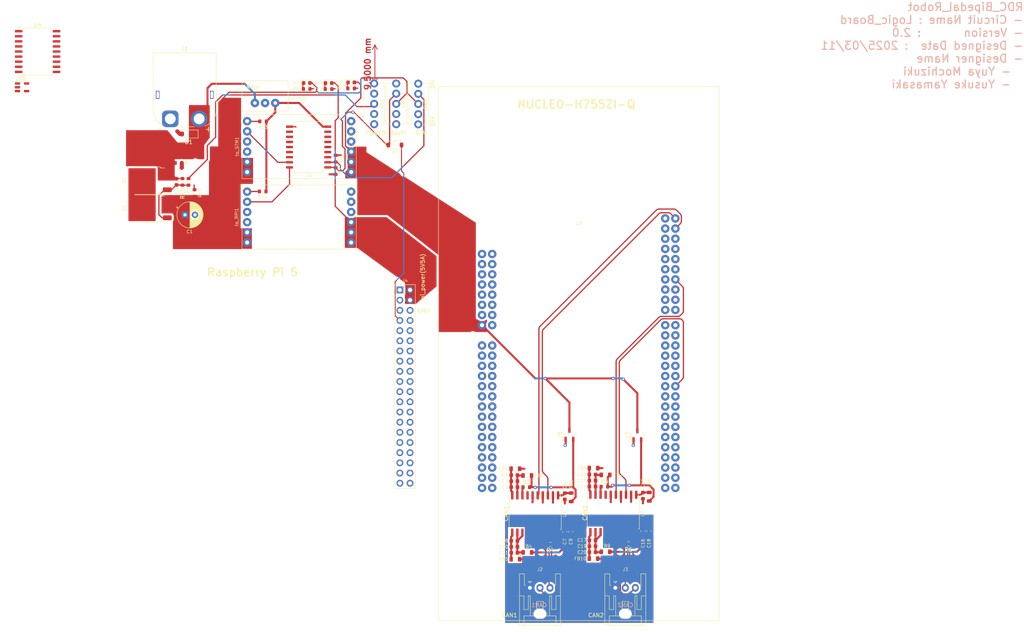
<source format=kicad_pcb>
(kicad_pcb (version 20241229) (generator "pcbnew") (generator_version "9.0")
  (layers (0 "F.Cu" signal) (2 "B.Cu" signal) (13 "F.Paste" user) (15 "B.Paste" user) (5 "F.SilkS" user "F.Silkscreen") (7 "B.SilkS" user "B.Silkscreen") (1 "F.Mask" user) (3 "B.Mask" user) (25 "Edge.Cuts" user))
  (net 0 "")
  (net 1 "GND")
  (net 2 "+5V")
  (net 3 "Net-(U1-V_{DD})")
  (net 4 "GND1")
  (net 5 "Net-(U1-V_{IO})")
  (net 6 "Net-(U1-V_{ISOIN})")
  (net 7 "Net-(U1-V_{ISOOUT})")
  (net 8 "Net-(U2-V_{DD})")
  (net 9 "Net-(U2-V_{IO})")
  (net 10 "Net-(U2-V_{ISOIN})")
  (net 11 "Net-(U2-V_{ISOOUT})")
  (net 12 "EN_STM")
  (net 13 "Net-(U1-EN{slash}FLT)")
  (net 14 "/CAN_Trans1/CANL")
  (net 15 "/CAN_Trans1/CANH")
  (net 16 "Net-(U2-EN{slash}FLT)")
  (net 17 "/CAN_Trans2/CANL")
  (net 18 "/Logic_Power/EN_RasPi_Power")
  (net 19 "/CAN_Trans2/CANH")
  (net 20 "Net-(Q1-D)")
  (net 21 "Net-(SW1-B)")
  (net 22 "/Logic_Power/STM_PG")
  (net 23 "/Logic_Power/RasPi_PG")
  (net 26 "/CAN_Trans1/CAN_RX")
  (net 27 "/CAN_Trans1/CAN_TX")
  (net 28 "/CAN_Trans2/CAN_TX")
  (net 29 "/CAN_Trans2/CAN_RX")
  (net 32 "/Logic_Power/EN_STM_Power")
  (net 33 "Net-(Q1-G)")
  (net 34 "+12V")
  (net 39 "RasPi_Power")
  (net 40 "Net-(J6-Pin_2)")
  (net 43 "Net-(D5-K)")
  (net 70 "Net-(U1-GND1)")
  (net 71 "Net-(U1-GND2)")
  (net 164 "Net-(D2-K)")
  (net 165 "Net-(D3-K)")
  (net 166 "Net-(D4-K)")
  (net 167 "Net-(SW3-C)")
  (net 168 "Logic_Power")
  (net 169 "EN_Power")
  (net 171 "Net-(J7-Pin_2)")
  (net 172 "EN_STM_VCC")
  (net 174 "Net-(U2-GND1)")
  (net 175 "Net-(U2-GND2)")
  (net 176 "Net-(J5-Pin_4)")
  (net 178 "Net-(SW3-A)")
  (net 180 "unconnected-(SW3-C-Pad3)")
  (footprint "RDC_humanoid_project:NUCLEO-STM32H755ZI-Q" (layer "F.Cu") (at 181.87 94.62)
    (property "Reference" "U3")
    (property "Value" "NUCLEO-H755ZI-Q_Zio")
  )
  (footprint "Resistor_SMD:R_0603_1608Metric" (layer "F.Cu") (at 83 51.2 -90)
    (property "Reference" "R15")
    (property "Value" "10k")
  )
  (footprint "Capacitor_SMD:C_0603_1608Metric" (layer "F.Cu") (at 197.9 129.575 -90)
    (property "Reference" "C15")
    (property "Value" "0.1uF")
  )
  (footprint "Connector_JST:JST_XA_S03B-XASK-1_1x03_P2.50mm_Horizontal" (layer "F.Cu") (at 191 152.6)
    (property "Reference" "J3")
    (property "Value" "Conn_01x03")
  )
  (footprint "Capacitor_SMD:C_0603_1608Metric" (layer "F.Cu") (at 165.8 127.45 180)
    (property "Reference" "C5")
    (property "Value" "10nF")
  )
  (footprint "RDC_humanoid_project:M78A" (layer "F.Cu") (at 103.6 31.5)
    (property "Reference" "for_PG1")
    (property "Value" "M78AR05-0.5")
  )
  (footprint "Capacitor_SMD:C_0603_1608Metric" (layer "F.Cu") (at 165.8 125.95 180)
    (property "Reference" "C4")
    (property "Value" "1uF")
  )
  (footprint "RDC_humanoid_project:Toggle_switch" (layer "F.Cu") (at 130.825 31.715 90)
    (property "Reference" "SW1")
    (property "Value" "SW_SPDT")
  )
  (footprint "Resistor_SMD:R_0603_1608Metric" (layer "F.Cu") (at 168.7962 127.4572 180)
    (property "Reference" "R3")
    (property "Value" "4.7k")
  )
  (footprint "LED_SMD:LED_0603_1608Metric" (layer "F.Cu") (at 119.4625 26.52625)
    (property "Reference" "D4")
    (property "Value" "LED")
  )
  (footprint "LED_SMD:LED_0603_1608Metric" (layer "F.Cu") (at 114 26.5)
    (property "Reference" "D2")
    (property "Value" "LED")
  )
  (footprint "Resistor_SMD:R_0603_1608Metric" (layer "F.Cu") (at 103 53.6 180)
    (property "Reference" "R14")
    (property "Value" "10k")
  )
  (footprint "Diode_SMD:D_SOD-123" (layer "F.Cu") (at 136 42)
    (property "Reference" "D5")
    (property "Value" "D")
  )
  (footprint "RDC_humanoid_project:Toggle_switch" (layer "F.Cu") (at 141.825 31.755 90)
    (property "Reference" "SW3")
    (property "Value" "SW_SPDT")
  )
  (footprint "Capacitor_SMD:C_0603_1608Metric" (layer "F.Cu") (at 185.3 124.3 180)
    (property "Reference" "C12")
    (property "Value" "10uF")
  )
  (footprint "Capacitor_SMD:C_0603_1608Metric" (layer "F.Cu") (at 178.4 138.575 90)
    (property "Reference" "C7")
    (property "Value" "0.1uF")
  )
  (footprint "Capacitor_SMD:C_0603_1608Metric" (layer "F.Cu") (at 178.4 129.725 -90)
    (property "Reference" "C6")
    (property "Value" "0.1uF")
  )
  (footprint "Capacitor_SMD:C_0603_1608Metric" (layer "F.Cu") (at 197.9 138.425 90)
    (property "Reference" "C16")
    (property "Value" "0.1uF")
  )
  (footprint "Connector_PinHeader_2.54mm:PinHeader_2x20_P2.54mm_Vertical" (layer "F.Cu") (at 137.2375 78.205)
    (property "Reference" "J4")
    (property "Value" "Raspi_connect")
  )
  (footprint "LED_SMD:LED_0603_1608Metric" (layer "F.Cu") (at 125.095 26.36875)
    (property "Reference" "D3")
    (property "Value" "LED")
  )
  (footprint "Package_TO_SOT_SMD:TO-252-2" (layer "F.Cu") (at 74.16 57.9 180)
    (property "Reference" "Q2")
    (property "Value" "Q_PMOS_GDS")
  )
  (footprint "Inductor_SMD:L_0805_2012Metric" (layer "F.Cu") (at 180 129.9875 90)
    (property "Reference" "FB3")
    (property "Value" "FerriteBead")
  )
  (footprint "Connector_JST:JST_XA_S03B-XASK-1_1x03_P2.50mm_Horizontal" (layer "F.Cu") (at 169.7 152.6)
    (property "Reference" "J2")
    (property "Value" "Conn_01x03")
  )
  (footprint "Capacitor_SMD:C_0603_1608Metric" (layer "F.Cu") (at 81.5 51.2 -90)
    (property "Reference" "C2")
    (property "Value" "0.1uF")
  )
  (footprint "Package_TO_SOT_SMD:SOT-23-3" (layer "F.Cu") (at 179.55 114.3625 90)
    (property "Reference" "J6")
    (property "Value" "CH213K")
  )
  (footprint "Inductor_SMD:L_0805_2012Metric" (layer "F.Cu") (at 188.5625 124.4 180)
    (property "Reference" "FB7")
    (property "Value" "FerriteBead")
  )
  (footprint "Inductor_SMD:L_0805_2012Metric" (layer "F.Cu") (at 199.5 129.8375 90)
    (property "Reference" "FB8")
    (property "Value" "FerriteBead")
  )
  (footprint "Resistor_SMD:R_0603_1608Metric" (layer "F.Cu") (at 121.2 48.5 -90)
    (property "Reference" "R7")
    (property "Value" "10k")
  )
  (footprint "Resistor_SMD:R_0603_1608Metric" (layer "F.Cu") (at 174.8 141.75 180)
    (property "Reference" "R4")
    (property "Value" "120")
  )
  (footprint "Package_SO:SOIC-20W_7.5x12.8mm_P1.27mm" (layer "F.Cu") (at 171 134.15 -90)
    (property "Reference" "U1")
    (property "Value" "ISOW1044")
  )
  (footprint "RDC_humanoid_project:AE-MYMGK00506ERSR-5V0" (layer "F.Cu") (at 112.1 42.4)
    (property "Reference" "to_STM1")
    (property "Value" "AE-MYMGK00506ERSR-5V0")
  )
  (footprint "Capacitor_SMD:C_0603_1608Metric" (layer "F.Cu") (at 199.4 138.425 90)
    (property "Reference" "C18")
    (property "Value" "10uF")
  )
  (footprint "MountingHole:MountingHole_3.2mm_M3" (layer "F.Cu") (at 268.0425 51.26)
    (property "Reference" "H1" (hide yes))
    (property "Value" "MountingHole")
  )
  (footprint "Resistor_SMD:R_0603_1608Metric" (layer "F.Cu") (at 125.075 27.86875)
    (property "Reference" "R10")
    (property "Value" "1k")
  )
  (footprint "RDC_humanoid_project:AE-MYMGK00506ERSR-5V0" (layer "F.Cu") (at 112.1 60)
    (property "Reference" "to_RPI1")
    (property "Value" "AE-MYMGK00506ERSR-5V0")
  )
  (footprint "Capacitor_SMD:C_0603_1608Metric" (layer "F.Cu") (at 185.3 143.7 180)
    (property "Reference" "C20")
    (property "Value" "10uF")
  )
  (footprint "Resistor_SMD:R_0603_1608Metric" (layer "F.Cu") (at 86 54 90)
    (property "Reference" "R12")
    (property "Value" "10k")
  )
  (footprint "Capacitor_SMD:C_0603_1608Metric" (layer "F.Cu") (at 165.8 142.35 180)
    (property "Reference" "C10")
    (property "Value" "1uF")
  )
  (footprint "Resistor_SMD:R_0603_1608Metric" (layer "F.Cu") (at 82 46.5)
    (property "Reference" "R1")
    (property "Value" "10k")
  )
  (footprint "Inductor_SMD:L_0805_2012Metric" (layer "F.Cu") (at 166.0625 145.45)
    (property "Reference" "FB5")
    (property "Value" "FerriteBead")
  )
  (footprint "Capacitor_SMD:C_0603_1608Metric" (layer "F.Cu") (at 185.3 127.3 180)
    (property "Reference" "C14")
    (property "Value" "10nF")
  )
  (footprint "Inductor_SMD:L_0805_2012Metric" (layer "F.Cu") (at 185.5625 122.7 180)
    (property "Reference" "FB6")
    (property "Value" "FerriteBead")
  )
  (footprint "Inductor_SMD:L_0805_2012Metric" (layer "F.Cu") (at 185.5625 145.3)
    (property "Reference" "FB10")
    (property "Value" "FerriteBead")
  )
  (footprint "Inductor_SMD:L_0805_2012Metric" (layer "F.Cu") (at 169.0625 143.75)
    (property "Reference" "FB4")
    (property "Value" "FerriteBead")
  )
  (footprint "Package_TO_SOT_SMD:TO-252-2" (layer "F.Cu") (at 74.16 50.9 180)
    (property "Reference" "Q1")
    (property "Value" "Q_PMOS_GDS")
  )
  (footprint "Capacitor_SMD:C_0603_1608Metric" (layer "F.Cu") (at 179.9 138.575 90)
    (property "Reference" "C9")
    (property "Value" "10uF")
  )
  (footprint "Capacitor_SMD:C_0603_1608Metric" (layer "F.Cu") (at 185.3 140.7 180)
    (property "Reference" "C17")
    (property "Value" "10nF")
  )
  (footprint "Capacitor_SMD:C_0603_1608Metric" (layer "F.Cu") (at 165.8 140.85 180)
    (property "Reference" "C8")
    (property "Value" "10nF")
  )
  (footprint "Package_SO:SOP-18_7x12.5mm_P1.27mm" (layer "F.Cu") (at 114.475 42.5 180)
    (property "Reference" "U4")
    (property "Value" "TBD62783A")
  )
  (footprint "Resistor_SMD:R_0603_1608Metric" (layer "F.Cu") (at 188.2902 127.3302 180)
    (property "Reference" "R5")
    (property "Value" "4.7k")
  )
  (footprint "RDC_humanoid_project:Toggle_switch" (layer "F.Cu") (at 136.325 31.715 90)
    (property "Reference" "SW2")
    (property "Value" "SW_SPDT")
  )
  (footprint "Capacitor_SMD:C_0603_1608Metric" (layer "F.Cu") (at 185.3 125.8 180)
    (property "Reference" "C13")
    (property "Value" "1uF")
  )
  (footprint "MountingHole:MountingHole_3.2mm_M3" (layer "F.Cu") (at 279 61.83)
    (property "Reference" "H4" (hide yes))
    (property "Value" "MountingHole")
  )
  (footprint "MountingHole:MountingHole_3.2mm_M3" (layer "F.Cu") (at 279 51.5)
    (property "Reference" "H2" (hide yes))
    (property "Value" "MountingHole")
  )
  (footprint "Package_TO_SOT_SMD:SOT-23-5" (layer "F.Cu") (at 42.9525 27.58)
    (property "Reference" "J5")
    (property "Value" "74AHC1G04W5")
  )
  (footprint "MountingHole:MountingHole_3.2mm_M3" (layer "F.Cu") (at 268.0125 61.66)
    (property "Reference" "H3" (hide yes))
    (property "Value" "MountingHole")
  )
  (footprint "Capacitor_SMD:C_0603_1608Metric" (layer "F.Cu") (at 165.8 143.85 180)
    (property "Reference" "C11")
    (property "Value" "10uF")
  )
  (footprint "Capacitor_THT:CP_Radial_D6.3mm_P2.50mm" (layer "F.Cu") (at 83.606 59.436)
    (property "Reference" "C1")
    (property "Value" "100uF")
  )
  (footprint "Resistor_SMD:R_0603_1608Metric" (layer "F.Cu") (at 84.5 51.2 90)
    (property "Reference" "R2")
    (property "Value" "10k")
  )
  (footprint "Resistor_SMD:R_0603_1608Metric" (layer "F.Cu") (at 103.1 36.1 180)
    (property "Reference" "R13")
    (property "Value" "10k")
  )
  (footprint "Capacitor_SMD:C_0603_1608Metric" (layer "F.Cu") (at 185.3 142.2 180)
    (property "Reference" "C19")
    (property "Value" "1uF")
  )
  (footprint "Package_TO_SOT_SMD:SOT-23-3" (layer "F.Cu") (at 196.5 114.5 90)
    (property "Reference" "J7")
    (property "Value" "CH213K")
  )
  (footprint "Package_SO:SOIC-20W_7.5x12.8mm_P1.27mm" (layer "F.Cu") (at 190.5 134 -90)
    (property "Reference" "U2")
    (property "Value" "ISOW1044")
  )
  (footprint "Capacitor_SMD:C_0603_1608Metric" (layer "F.Cu") (at 165.8 124.45 180)
    (property "Reference" "C3")
    (property "Value" "10uF")
  )
  (footprint "Inductor_SMD:L_0805_2012Metric" (layer "F.Cu") (at 166.0625 122.85 180)
    (property "Reference" "FB1")
    (property "Value" "FerriteBead")
  )
  (footprint "Resistor_SMD:R_0603_1608Metric" (layer "F.Cu") (at 121.2 45.4 90)
    (property "Reference" "R8")
    (property "Value" "10k")
  )
  (footprint "Package_SO:SOP-18_7.495x11.515mm_P1.27mm" (layer "F.Cu") (at 46.8325 18.65)
    (property "Reference" "U4")
    (property "Value" "TBD62083AFG")
  )
  (footprint "Resistor_SMD:R_0603_1608Metric" (layer "F.Cu") (at 119.4425 28.02625)
    (property "Reference" "R11")
    (property "Value" "1k")
  )
  (footprint "Inductor_SMD:L_0805_2012Metric" (layer "F.Cu") (at 169.0375 124.55 180)
    (property "Reference" "FB2")
    (property "Value" "FerriteBead")
  )
  (footprint "Inductor_SMD:L_0805_2012Metric" (layer "F.Cu") (at 188.5625 143.6)
    (property "Reference" "FB9")
    (property "Value" "FerriteBead")
  )
  (footprint "Connector_AMASS:AMASS_XT60PW-M_1x02_P7.20mm_Horizontal" (layer "F.Cu") (at 79.947 35.464)
    (property "Reference" "J1")
    (property "Value" "XT60")
  )
  (footprint "Resistor_SMD:R_0603_1608Metric" (layer "F.Cu") (at 194.3 141.6 180)
    (property "Reference" "R6")
    (property "Value" "120")
  )
  (footprint "Resistor_SMD:R_0603_1608Metric" (layer "F.Cu") (at 113.98 28)
    (property "Reference" "R9")
    (property "Value" "4.7k")
  )
  (footprint "Diode_SMD:D_SOD-123" (layer "F.Cu") (at 84.5302 39.243 180)
    (property "Reference" "D1")
    (property "Value" "D_Schottky")
  )
  (gr_text "CAN2" (at 184.15 160.02 0) (layer "F.SilkS") (effects (font (size 1 1)) (justify left bottom)))
  (gr_text "rpi_power(5V5A)" (at 143.51 81.28 90) (layer "F.SilkS") (effects (font (size 1 1)) (justify left bottom)))
  (gr_text "POWER" (at 128.55 39.63125 0) (layer "F.SilkS") (effects (font (size 1 1)) (justify left bottom)))
  (gr_text "Raspberry Pi 5" (at 88.9 74.93 0) (layer "F.SilkS") (effects (font (size 2 2) (thickness 0.3)) (justify left bottom)))
  (gr_text "RasPi" (at 134.625 39.57875 0) (layer "F.SilkS") (effects (font (size 1 1)) (justify left bottom)))
  (gr_text "CAN2" (at 183.99 135.93 90) (layer "F.SilkS") (effects (font (size 1 1)) (justify left bottom)))
  (gr_text "CAN1" (at 162.56 160.02 0) (layer "F.SilkS") (effects (font (size 1 1)) (justify left bottom)))
  (gr_text "CAN1" (at 164.3 136.08 90) (layer "F.SilkS") (effects (font (size 1 1)) (justify left bottom)))
  (gr_text "ON" (at 146 28 90) (layer "F.SilkS") (effects (font (size 1 1)) (justify left bottom)))
  (gr_text "OFF" (at 146 37.5 90) (layer "F.SilkS") (effects (font (size 1 1)) (justify left bottom)))
  (gr_text "STM\n" (at 141 39.5 0) (layer "F.SilkS") (effects (font (size 1 1)) (justify left bottom)))
  (gr_text "NUCLEO-H755ZI-Q" (at 166.37 33.02 0) (layer "F.SilkS") (effects (font (size 2 2) (thickness 0.3)) (justify left bottom)))
  (gr_text "GND" (at 141.5034 83.9724 0) (layer "F.SilkS") (effects (font (size 1 1)) (justify left bottom)))
  (gr_text "CAN2" (at 195.58 157.48 0) (layer "B.SilkS") (effects (font (size 1 1)) (justify left bottom mirror)))
  (gr_text "CAN1" (at 173.99 157.48 0) (layer "B.SilkS") (effects (font (size 1 1)) (justify left bottom mirror)))
  (gr_text "RDC_Bipedal_Robot\n- Circuit Name : Logic_Board\n- Version       : 2.0\n- Designed Date  : 2025/03/11\n- Designer Name\n  - Yuya Mochizuki\n  - Yusuke Yamasaki" (at 293 28 0) (layer "B.SilkS") (effects (font (size 2 2) (thickness 0.3)) (justify left bottom mirror)))
  (dimension (type orthogonal) (layer "F.Cu") (pts (xy 131 26.5) (xy 131 17)) (height 0) (orientation 1) (format (prefix "") (suffix "") (units 3) (units_format 1) (precision 4)) (style (thickness 0.2) (arrow_length 1.27) (text_position_mode 0) (arrow_direction outward) (extension_height 0.58642) (extension_offset 0.5) (keep_text_aligned yes)) (gr_text "9.5000 mm" (at 129.2 21.75 90) (layer "F.Cu") (effects (font (size 1.5 1.5) (thickness 0.3)))))
  (segment (start 197.9 130.35) (end 197.9 131.5) (width 0.5) (layer "F.Cu") (net 1))
  (segment (start 189.865 131.165) (end 189.9 131.2) (width 0.5) (layer "F.Cu") (net 1))
  (segment (start 178.4 130.5) (end 178.4 131.55) (width 0.5) (layer "F.Cu") (net 1))
  (segment (start 82.3468 39.243) (end 82.8802 39.243) (width 1) (layer "F.Cu") (net 1))
  (segment (start 194.945 131.1402) (end 194.9196 131.1656) (width 0.25) (layer "F.Cu") (net 1))
  (segment (start 109.7 37.42) (end 111.22 37.42) (width 0.3) (layer "F.Cu") (net 1))
  (segment (start 125.755 27.810661) (end 126.75 27.810661) (width 0.3) (layer "F.Cu") (net 1))
  (segment (start 82.825 46.5) (end 82.825 47.675) (width 1) (layer "F.Cu") (net 1))
  (segment (start 85.9 53.175) (end 85.9 52) (width 0.3) (layer "F.Cu") (net 1))
  (segment (start 195.55 115.6375) (end 195.55 116.95) (width 0.5) (layer "F.Cu") (net 1))
  (segment (start 115.655 27.941911) (end 114.66 27.941911) (width 0.3) (layer "F.Cu") (net 1))
  (segment (start 120.1225 27.968161) (end 121.0975 27.968161) (width 0.3) (layer "F.Cu") (net 1))
  (segment (start 167.125 122.85) (end 168.3 122.85) (width 0.5) (layer "F.Cu") (net 1))
  (segment (start 170.365 131.185) (end 170.3 131.25) (width 0.5) (layer "F.Cu") (net 1))
  (segment (start 82.825 47.675) (end 82.8 47.7) (width 1) (layer "F.Cu") (net 1))
  (segment (start 172.905 129.5) (end 172.905 131.3108) (width 0.5) (layer "F.Cu") (net 1))
  (segment (start 192.405 131.1656) (end 192.3796 131.191) (width 0.25) (layer "F.Cu") (net 1))
  (segment (start 122.475 44.575) (end 122.5 44.6) (width 0.5) (layer "F.Cu") (net 1))
  (segment (start 81.6864 38.5826) (end 82.3468 39.243) (width 1) (layer "F.Cu") (net 1))
  (segment (start 172.905 131.3108) (end 172.8978 131.318) (width 0.25) (layer "F.Cu") (net 1))
  (segment (start 178.6 115.5) (end 178.6 116.9) (width 0.5) (layer "F.Cu") (net 1))
  (segment (start 121.2 49.325) (end 119.725 49.325) (width 0.5) (layer "F.Cu") (net 1))
  (segment (start 192.405 129.35) (end 192.405 131.1656) (width 0.5) (layer "F.Cu") (net 1))
  (segment (start 175.445 129.5) (end 175.445 131.3252) (width 0.5) (layer "F.Cu") (net 1))
  (segment (start 175.445 131.3252) (end 175.4632 131.3434) (width 0.25) (layer "F.Cu") (net 1))
  (segment (start 119.725 49.325) (end 119.7 49.3) (width 0.5) (layer "F.Cu") (net 1))
  (segment (start 186.625 122.7) (end 187.8 122.7) (width 0.5) (layer "F.Cu") (net 1))
  (segment (start 178.6 116.9) (end 178.5 117) (width 0.25) (layer "F.Cu") (net 1))
  (segment (start 195.55 116.95) (end 195.5 117) (width 0.25) (layer "F.Cu") (net 1))
  (segment (start 111.22 37.42) (end 111.3 37.5) (width 0.3) (layer "F.Cu") (net 1))
  (segment (start 170.365 129.5) (end 170.365 131.185) (width 0.5) (layer "F.Cu") (net 1))
  (segment (start 121.2 44.575) (end 122.475 44.575) (width 0.5) (layer "F.Cu") (net 1))
  (segment (start 194.945 129.35) (end 194.945 131.1402) (width 0.5) (layer "F.Cu") (net 1))
  (segment (start 189.865 129.35) (end 189.865 131.165) (width 0.5) (layer "F.Cu") (net 1))
  (via (at 178.5 117) (size 0.8) (drill 0.4) (layers "F.Cu" "B.Cu") (net 1))
  (via (at 195.5 117) (size 0.8) (drill 0.4) (layers "F.Cu" "B.Cu") (net 1))
  (segment (start 196.5 104) (end 196.5 113.3625) (width 0.5) (layer "F.Cu") (net 2))
  (segment (start 127.5 27) (end 127.5 30.246445) (width 0.3) (layer "F.Cu") (net 2))
  (segment (start 193 100.5) (end 196.5 104) (width 0.5) (layer "F.Cu") (net 2))
  (segment (start 127.5 30.246445) (end 123.68 34.066445) (width 0.3) (layer "F.Cu") (net 2))
  (segment (start 171.04 100.3) (end 171.1 100.3) (width 0.5) (layer "F.Cu") (net 2))
  (segment (start 123.68 42.27) (end 125.08 43.67) (width 0.3) (layer "F.Cu") (net 2))
  (segment (start 157.74 87) (end 171.04 100.3) (width 0.5) (layer "F.Cu") (net 2))
  (segment (start 173.55 100.3) (end 179.55 106.3) (width 0.5) (layer "F.Cu") (net 2))
  (segment (start 190.45 100.3) (end 173.55 100.3) (width 0.5) (layer "F.Cu") (net 2))
  (segment (start 125.7375 26.310661) (end 126.810661 26.310661) (width 0.3) (layer "F.Cu") (net 2))
  (segment (start 179.55 106.3) (end 179.55 113.225) (width 0.5) (layer "F.Cu") (net 2))
  (segment (start 126.810661 26.310661) (end 127.5 27) (width 0.3) (layer "F.Cu") (net 2))
  (segment (start 123.68 34.066445) (end 123.68 42.27) (width 0.3) (layer "F.Cu") (net 2))
  (via (at 173.55 100.3) (size 0.8) (drill 0.4) (layers "F.Cu" "B.Cu") (net 2))
  (via (at 190.45 100.3) (size 0.8) (drill 0.4) (layers "F.Cu" "B.Cu") (net 2))
  (via (at 193 100.5) (size 0.8) (drill 0.4) (layers "F.Cu" "B.Cu") (net 2))
  (segment (start 171.1 100.3) (end 173.7 100.3) (width 0.5) (layer "B.Cu") (net 2))
  (segment (start 173.7 100.3) (end 173.55 100.3) (width 0.5) (layer "B.Cu") (net 2))
  (segment (start 192.8 100.3) (end 190.45 100.3) (width 0.5) (layer "B.Cu") (net 2))
  (segment (start 193 100.5) (end 192.8 100.3) (width 0.5) (layer "B.Cu") (net 2))
  (segment (start 167.975 124.55) (end 166.65 124.55) (width 0.5) (layer "F.Cu") (net 3))
  (segment (start 166.55 124.45) (end 166.55 129.495) (width 0.5) (layer "F.Cu") (net 3))
  (segment (start 166.65 124.55) (end 166.55 124.45) (width 0.5) (layer "F.Cu") (net 3))
  (segment (start 166.55 129.495) (end 166.555 129.5) (width 0.5) (layer "F.Cu") (net 3))
  (segment (start 192.405 136.905) (end 192.4 136.9) (width 0.5) (layer "F.Cu") (net 4))
  (segment (start 189.865 136.935) (end 189.9 136.9) (width 0.5) (layer "F.Cu") (net 4))
  (segment (start 192.405 138.65) (end 192.405 136.905) (width 0.5) (layer "F.Cu") (net 4))
  (segment (start 172.905 137.055) (end 172.905 138.8) (width 0.5) (layer "F.Cu") (net 4))
  (segment (start 167.125 145.45) (end 168.2 145.45) (width 0.5) (layer "F.Cu") (net 4))
  (segment (start 186.625 145.3) (end 187.8 145.3) (width 0.5) (layer "F.Cu") (net 4))
  (segment (start 170.365 138.8) (end 170.365 137.085) (width 0.5) (layer "F.Cu") (net 4))
  (segment (start 199.4 137.65) (end 197.9 137.65) (width 0.5) (layer "F.Cu") (net 4))
  (segment (start 171.635 137.085) (end 171.635 138.8) (width 0.5) (layer "F.Cu") (net 4))
  (segment (start 197.9 137.65) (end 197.9 136.6) (width 0.5) (layer "F.Cu") (net 4))
  (segment (start 179.9 137.8) (end 178.4 137.8) (width 0.5) (layer "F.Cu") (net 4))
  (segment (start 189.865 138.65) (end 189.865 136.935) (width 0.5) (layer "F.Cu") (net 4))
  (segment (start 178.4 137.8) (end 178.4 136.65) (width 0.5) (layer "F.Cu") (net 4))
  (segment (start 170.365 137.085) (end 170.4 137.05) (width 0.5) (layer "F.Cu") (net 4))
  (segment (start 191.135 136.965) (end 191.135 138.65) (width 0.5) (layer "F.Cu") (net 4))
  (segment (start 191.2 136.9) (end 191.135 136.965) (width 0.5) (layer "F.Cu") (net 4))
  (segment (start 171.6 137.05) (end 171.635 137.085) (width 0.5) (layer "F.Cu") (net 4))
  (segment (start 180 128.925) (end 178.475 128.925) (width 0.5) (layer "F.Cu") (net 5))
  (segment (start 178.475 128.925) (end 177.9 129.5) (width 0.5) (layer "F.Cu") (net 5))
  (segment (start 177.9 129.5) (end 176.715 129.5) (width 0.5) (layer "F.Cu") (net 5))
  (segment (start 177 143.75) (end 179.9 140.85) (width 0.5) (layer "F.Cu") (net 6))
  (segment (start 177.265 139.35) (end 176.715 138.8) (width 0.5) (layer "F.Cu") (net 6))
  (segment (start 179.9 139.35) (end 177.265 139.35) (width 0.5) (layer "F.Cu") (net 6))
  (segment (start 170.125 143.75) (end 172.6 143.75) (width 0.5) (layer "F.Cu") (net 6))
  (segment (start 179.9 140.85) (end 179.9 139.35) (width 0.5) (layer "F.Cu") (net 6))
  (segment (start 172.6 143.75) (end 177 143.75) (width 0.5) (layer "B.Cu") (net 6))
  (segment (start 166.675 143.75) (end 166.575 143.85) (width 0.5) (layer "F.Cu") (net 7))
  (segment (start 166.555 138.8) (end 166.555 143.83) (width 0.5) (layer "F.Cu") (net 7))
  (segment (start 167.825 138.8) (end 167.825 139.6) (width 0.5) (layer "F.Cu") (net 7))
  (segment (start 166.555 143.83) (end 166.575 143.85) (width 0.5) (layer "F.Cu") (net 7))
  (segment (start 167.825 139.6) (end 166.575 140.85) (width 0.5) (layer "F.Cu") (net 7))
  (segment (start 168 143.75) (end 166.675 143.75) (width 0.5) (layer "F.Cu") (net 7))
  (segment (start 187.5 124.4) (end 186.175 124.4) (width 0.5) (layer "F.Cu") (net 8))
  (segment (start 186.075 124.3) (end 186.075 129.33) (width 0.5) (layer "F.Cu") (net 8))
  (segment (start 186.075 129.33) (end 186.055 129.35) (width 0.5) (layer "F.Cu") (net 8))
  (segment (start 186.175 124.4) (end 186.075 124.3) (width 0.5) (layer "F.Cu") (net 8))
  (segment (start 197.35 129.35) (end 196.215 129.35) (width 0.5) (layer "F.Cu") (net 9))
  (segment (start 197.9 128.8) (end 197.35 129.35) (width 0.5) (layer "F.Cu") (net 9))
  (segment (start 197.925 128.775) (end 197.9 128.8) (width 0.5) (layer "F.Cu") (net 9))
  (segment (start 199.5 128.775) (end 197.925 128.775) (width 0.5) (layer "F.Cu") (net 9))
  (segment (start 189.625 143.6) (end 192.2 143.6) (width 0.5) (layer "F.Cu") (net 10))
  (segment (start 197.9 139.2) (end 196.765 139.2) (width 0.5) (layer "F.Cu") (net 10))
  (segment (start 199.4 139.2) (end 197.9 139.2) (width 0.5) (layer "F.Cu") (net 10))
  (segment (start 199.4 140.6) (end 199.4 139.2) (width 0.5) (layer "F.Cu") (net 10))
  (segment (start 196.765 139.2) (end 196.215 138.65) (width 0.5) (layer "F.Cu") (net 10))
  (segment (start 196.4 143.6) (end 199.4 140.6) (width 0.5) (layer "F.Cu") (net 10))
  (segment (start 192.2 143.6) (end 196.4 143.6) (width 0.5) (layer "B.Cu") (net 10))
  (segment (start 187.325 138.65) (end 187.325 139.45) (width 0.5) (layer "F.Cu") (net 11))
  (segment (start 187.4 143.7) (end 187.5 143.6) (width 0.5) (layer "F.Cu") (net 11))
  (segment (start 187.325 139.45) (end 186.075 140.7) (width 0.5) (layer "F.Cu") (net 11))
  (segment (start 186.075 143.7) (end 187.4 143.7) (width 0.5) (layer "F.Cu") (net 11))
  (segment (start 186.055 138.65) (end 186.055 143.68) (width 0.5) (layer "F.Cu") (net 11))
  (segment (start 186.055 143.68) (end 186.075 143.7) (width 0.5) (layer "F.Cu") (net 11))
  (segment (start 136.0625 76.1375) (end 136.0625 84.65) (width 0.25) (layer "F.Cu") (net 12))
  (segment (start 137.65 48.45) (end 138.2 49) (width 0.25) (layer "F.Cu") (net 12))
  (segment (start 137.65 42) (end 137.65 48.45) (width 0.25) (layer "F.Cu") (net 12))
  (segment (start 136.4 75.8) (end 136.0625 76.1375) (width 0.25) (layer "F.Cu") (net 12))
  (segment (start 136.0625 84.65) (end 137.2375 85.825) (width 0.25) (layer "F.Cu") (net 12))
  (segment (start 138.2 74) (end 136.4 75.8) (width 0.25) (layer "B.Cu") (net 12))
  (segment (start 138.2 49) (end 138.2 74) (width 0.25) (layer "B.Cu") (net 12))
  (segment (start 167.825 127.6034) (end 167.825 129.5) (width 0.5) (layer "F.Cu") (net 13))
  (segment (start 168.0875 127.25) (end 168.0875 127.3409) (width 0.5) (layer "F.Cu") (net 13))
  (segment (start 168.0875 127.3409) (end 167.825 127.6034) (width 0.5) (layer "F.Cu") (net 13))
  (segment (start 174.5 152.4) (end 174.7 152.6) (width 0.3) (layer "F.Cu") (net 14))
  (segment (start 174.175 138.8) (end 174.175 141.55) (width 0.3) (layer "F.Cu") (net 14))
  (segment (start 173.975 141.75) (end 173.8875 141.75) (width 0.3) (layer "F.Cu") (net 14))
  (segment (start 174.5 143.228781) (end 174.5 152.4) (width 0.3) (layer "F.Cu") (net 14))
  (segment (start 174.175 141.55) (end 173.975 141.75) (width 0.3) (layer "F.Cu") (net 14))
  (segment (start 173.8875 141.75) (end 173.7875 141.75) (width 0.3) (layer "F.Cu") (net 14))
  (arc (start 173.8875 141.75) (mid 174.340801 142.428441) (end 174.5 143.228781) (width 0.3) (layer "F.Cu") (net 14))
  (segment (start 174.885786 154.4) (end 174.014214 154.4) (width 0.3) (layer "F.Cu") (net 15))
  (segment (start 173.307107 154.107107) (end 172.2 153) (width 0.3) (layer "F.Cu") (net 15))
  (segment (start 175.625 141.75) (end 175.625 141.8375) (width 0.3) (layer "F.Cu") (net 15))
  (segment (start 175.807107 153.892893) (end 175.592893 154.107107) (width 0.3) (layer "F.Cu") (net 15))
  (segment (start 175.392893 150.392893) (end 175.807107 150.807107) (width 0.3) (layer "F.Cu") (net 15))
  (segment (start 175.1 143.104946) (end 175.1 149.685786) (width 0.3) (layer "F.Cu") (net 15))
  (segment (start 172.2 153) (end 172.2 152.6) (width 0.3) (layer "F.Cu") (net 15))
  (segment (start 175.445 138.8) (end 175.445 141.57) (width 0.3) (layer "F.Cu") (net 15))
  (segment (start 175.445 141.57) (end 175.625 141.75) (width 0.3) (layer "F.Cu") (net 15))
  (segment (start 176.1 151.514214) (end 176.1 153.185786) (width 0.3) (layer "F.Cu") (net 15))
  (arc (start 175.592893 154.107107) (mid 175.26847 154.32388) (end 174.885786 154.4) (width 0.3) (layer "F.Cu") (net 15))
  (arc (start 175.625 141.8375) (mid 175.236441 142.419015) (end 175.1 143.104946) (width 0.3) (layer "F.Cu") (net 15))
  (arc (start 174.014214 154.4) (mid 173.63153 154.32388) (end 173.307107 154.107107) (width 0.3) (layer "F.Cu") (net 15))
  (arc (start 175.807107 150.807107) (mid 176.02388 151.13153) (end 176.1 151.514214) (width 0.3) (layer "F.Cu") (net 15))
  (arc (start 176.1 153.185786) (mid 176.02388 153.56847) (end 175.807107 153.892893) (width 0.3) (layer "F.Cu") (net 15))
  (arc (start 175.1 149.685786) (mid 175.17612 150.06847) (end 175.392893 150.392893) (width 0.3) (layer "F.Cu") (net 15))
  (segment (start 187.325 127.4704) (end 187.325 129.35) (width 0.5) (layer "F.Cu") (net 16))
  (segment (start 187.4652 127.3302) (end 187.325 127.4704) (width 0.5) (layer "F.Cu") (net 16))
  (segment (start 192.3 153.085786) (end 192.3 151.314214) (width 0.3) (layer "F.Cu") (net 17))
  (segment (start 193.475 141.6875) (end 193.475 141.6) (width 0.3) (layer "F.Cu") (net 17))
  (segment (start 194.1 148.685786) (end 194.1 142.726714) (width 0.3) (layer "F.Cu") (net 17))
  (segment (start 196 152.6) (end 194.792893 153.807107) (width 0.3) (layer "F.Cu") (net 17))
  (segment (start 193.475 141.6) (end 193.675 141.4) (width 0.3) (layer "F.Cu") (net 17))
  (segment (start 193.807107 142.019607) (end 193.475 141.6875) (width 0.3) (layer "F.Cu") (net 17))
  (segment (start 193.675 141.4125) (end 193.2875 141.8) (width 0.25) (layer "F.Cu") (net 17))
  (segment (start 192.592893 150.607107) (end 193.807107 149.392893) (width 0.3) (layer "F.Cu") (net 17))
  (segment (start 194.085786 154.1) (end 193.314214 154.1) (width 0.3) (layer "F.Cu") (net 17))
  (segment (start 192.607107 153.807107) (end 192.592893 153.792893) (width 0.3) (layer "F.Cu") (net 17))
  (segment (start 193.675 141.4) (end 193.675 138.65) (width 0.3) (layer "F.Cu") (net 17))
  (arc (start 192.592893 153.792893) (mid 192.37612 153.46847) (end 192.3 153.085786) (width 0.3) (layer "F.Cu") (net 17))
  (arc (start 194.792893 153.807107) (mid 194.46847 154.02388) (end 194.085786 154.1) (width 0.3) (layer "F.Cu") (net 17))
  (arc (start 194.1 142.726714) (mid 194.02388 142.344031) (end 193.807107 142.019607) (width 0.3) (layer "F.Cu") (net 17))
  (arc (start 192.3 151.314214) (mid 192.37612 150.93153) (end 192.592893 150.607107) (width 0.3) (layer "F.Cu") (net 17))
  (arc (start 193.807107 149.392893) (mid 194.02388 149.06847) (end 194.1 148.685786) (width 0.3) (layer "F.Cu") (net 17))
  (arc (start 193.314214 154.1) (mid 192.93153 154.02388) (end 192.607107 153.807107) (width 0.3) (layer "F.Cu") (net 17))
  (segment (start 105.31 56.19) (end 99.12 56.19) (width 0.3) (layer "F.Cu") (net 18))
  (segment (start 109.7 51.8) (end 105.31 56.19) (width 0.3) (layer "F.Cu") (net 18))
  (segment (start 109.7 47.58) (end 109.7 51.8) (width 0.3) (layer "F.Cu") (net 18))
  (segment (start 193.792893 150.114213) (end 194.307107 149.599999) (width 0.3) (layer "F.Cu") (net 19))
  (segment (start 193.5 152.6) (end 193.5 150.82132) (width 0.3) (layer "F.Cu") (net 19))
  (segment (start 194.945 141.6325) (end 195.1125 141.8) (width 0.25) (layer "F.Cu") (net 19))
  (segment (start 194.892893 141.919607) (end 195.125 141.6875) (width 0.3) (layer "F.Cu") (net 19))
  (segment (start 194.945 141.42) (end 194.945 138.65) (width 0.3) (layer "F.Cu") (net 19))
  (segment (start 195.125 141.6875) (end 195.125 141.6) (width 0.3) (layer "F.Cu") (net 19))
  (segment (start 194.6 148.892892) (end 194.6 142.626714) (width 0.3) (layer "F.Cu") (net 19))
  (segment (start 195.125 141.6) (end 194.945 141.42) (width 0.3) (layer "F.Cu") (net 19))
  (arc (start 193.5 150.82132) (mid 193.57612 150.438636) (end 193.792893 150.114213) (width 0.3) (layer "F.Cu") (net 19))
  (arc (start 194.307107 149.599999) (mid 194.52388 149.275576) (end 194.6 148.892892) (width 0.3) (layer "F.Cu") (net 19))
  (arc (start 194.6 142.626714) (mid 194.67612 142.244031) (end 194.892893 141.919607) (width 0.3) (layer "F.Cu") (net 19))
  (segment (start 91.254046 31.245954) (end 91.254046 40.063954) (width 0.3) (layer "F.Cu") (net 21))
  (segment (start 130.1368 32.4032) (end 130.825 31.715) (width 0.3) (layer "F.Cu") (net 21))
  (segment (start 89.1794 42.1386) (end 89.1794 45.6184) (width 0.3) (layer "F.Cu") (net 21))
  (segment (start 121 29.5) (end 95 29.5) (width 0.3) (layer "F.Cu") (net 21))
  (segment (start 93 29.5) (end 91.254046 31.245954) (width 0.3) (layer "F.Cu") (net 21))
  (segment (start 126.4532 32.4032) (end 130.1368 32.4032) (width 0.3) (layer "F.Cu") (net 21))
  (segment (start 89.1794 45.6184) (end 84.5 50.2978) (width 0.3) (layer "F.Cu") (net 21))
  (segment (start 84.5 50.2978) (end 84.5 50.375) (width 0.3) (layer "F.Cu") (net 21))
  (segment (start 91.254046 40.063954) (end 89.1794 42.1386) (width 0.3) (layer "F.Cu") (net 21))
  (segment (start 95.029977 29.5) (end 93 29.5) (width 0.3) (layer "B.Cu") (net 21))
  (segment (start 126.4532 32.3532) (end 123.600001 29.5) (width 0.3) (layer "B.Cu") (net 21))
  (segment (start 123.600001 29.5) (end 121 29.5) (width 0.3) (layer "B.Cu") (net 21))
  (segment (start 99.17 36.1) (end 99.12 36.05) (width 0.3) (layer "F.Cu") (net 22))
  (segment (start 102.275 36.1) (end 99.17 36.1) (width 0.3) (layer "F.Cu") (net 22))
  (segment (start 102.175 53.6) (end 99.17 53.6) (width 0.3) (layer "F.Cu") (net 23))
  (segment (start 99.17 53.6) (end 99.12 53.65) (width 0.3) (layer "F.Cu") (net 23))
  (segment (start 172.230393 87.269607) (end 190.75 68.75) (width 0.3) (layer "F.Cu") (net 26))
  (segment (start 190.75 68.75) (end 201.207107 58.292893) (width 0.3) (layer "F.Cu") (net 26))
  (segment (start 171.635 129.5) (end 171.9375 129.1975) (width 0.3) (layer "F.Cu") (net 26))
  (segment (start 207.207107 61.662893) (end 206 62.87) (width 0.3) (layer "F.Cu") (net 26))
  (segment (start 206.292893 58.292893) (end 207.207107 59.207107) (width 0.3) (layer "F.Cu") (net 26))
  (segment (start 201.914214 58) (end 205.585786 58) (width 0.3) (layer "F.Cu") (net 26))
  (segment (start 207.5 59.914214) (end 207.5 60.955786) (width 0.3) (layer "F.Cu") (net 26))
  (segment (start 171.9375 129.1975) (end 171.9375 87.976714) (width 0.3) (layer "F.Cu") (net 26))
  (arc (start 206.292893 58.292893) (mid 205.96847 58.07612) (end 205.585786 58) (width 0.3) (layer "F.Cu") (net 26))
  (arc (start 207.5 60.955786) (mid 207.42388 61.338469) (end 207.207107 61.662893) (width 0.3) (layer "F.Cu") (net 26))
  (arc (start 207.207107 59.207107) (mid 207.42388 59.53153) (end 207.5 59.914214) (width 0.3) (layer "F.Cu") (net 26))
  (arc (start 171.9375 87.976714) (mid 172.01362 87.594031) (end 172.230393 87.269607) (width 0.3) (layer "F.Cu") (net 26))
  (arc (start 201.914214 58) (mid 201.531531 58.07612) (end 201.207107 58.292893) (width 0.3) (layer "F.Cu") (net 26))
  (segment (start 204.878701 59.208701) (end 206 60.33) (width 0.3) (layer "F.Cu") (net 27))
  (segment (start 174.175 129.5) (end 174.175 125.434075) (width 0.3) (layer "F.Cu") (net 27))
  (segment (start 202.56262 58.915808) (end 204.171594 58.915808) (width 0.3) (layer "F.Cu") (net 27))
  (segment (start 173.882107 124.726968) (end 173.092893 123.937754) (width 0.3) (layer "F.Cu") (net 27))
  (segment (start 172.8 123.230647) (end 172.8 88.678428) (width 0.3) (layer "F.Cu") (net 27))
  (segment (start 173.092893 87.971321) (end 201.855513 59.208701) (width 0.3) (layer "F.Cu") (net 27))
  (arc (start 173.882107 124.726968) (mid 174.09888 125.051391) (end 174.175 125.434075) (width 0.3) (layer "F.Cu") (net 27))
  (arc (start 173.092893 87.971321) (mid 172.87612 88.295744) (end 172.8 88.678428) (width 0.3) (layer "F.Cu") (net 27))
  (arc (start 204.878701 59.208701) (mid 204.554278 58.991928) (end 204.171594 58.915808) (width 0.3) (layer "F.Cu") (net 27))
  (arc (start 172.8 123.230647) (mid 172.87612 123.61333) (end 173.092893 123.937754) (width 0.3) (layer "F.Cu") (net 27))
  (arc (start 201.855513 59.208701) (mid 202.179936 58.991928) (end 202.56262 58.915808) (width 0.3) (layer "F.Cu") (net 27))
  (segment (start 192.292893 124.292893) (end 193.382107 125.382107) (width 0.3) (layer "F.Cu") (net 28))
  (segment (start 193.675 126.089214) (end 193.675 129.35) (width 0.3) (layer "F.Cu") (net 28))
  (segment (start 208 99.825786) (end 208 86.414214) (width 0.3) (layer "F.Cu") (net 28))
  (segment (start 206 102.24) (end 207.707107 100.532893) (width 0.3) (layer "F.Cu") (net 28))
  (segment (start 207.707107 85.707107) (end 207.692893 85.692893) (width 0.3) (layer "F.Cu") (net 28))
  (segment (start 192 96.414214) (end 192 123.585786) (width 0.3) (layer "F.Cu") (net 28))
  (segment (start 206.985786 85.4) (end 203.014214 85.4) (width 0.3) (layer "F.Cu") (net 28))
  (segment (start 202.307107 85.692893) (end 192.292893 95.707107) (width 0.3) (layer "F.Cu") (net 28))
  (arc (start 207.707107 100.532893) (mid 207.92388 100.20847) (end 208 99.825786) (width 0.3) (layer "F.Cu") (net 28))
  (arc (start 203.014214 85.4) (mid 202.631531 85.47612) (end 202.307107 85.692893) (width 0.3) (layer "F.Cu") (net 28))
  (arc (start 206.985786 85.4) (mid 207.368469 85.47612) (end 207.692893 85.692893) (width 0.3) (layer "F.Cu") (net 28))
  (arc (start 192.292893 124.292893) (mid 192.07612 123.96847) (end 192 123.585786) (width 0.3) (layer "F.Cu") (net 28))
  (arc (start 192 96.414214) (mid 192.07612 96.031531) (end 192.292893 95.707107) (width 0.3) (layer "F.Cu") (net 28))
  (arc (start 207.707107 85.707107) (mid 207.92388 86.03153) (end 208 86.414214) (width 0.3) (layer "F.Cu") (net 28))
  (arc (start 193.382107 125.382107) (mid 193.59888 125.70653) (end 193.675 126.089214) (width 0.3) (layer "F.Cu") (net 28))
  (segment (start 207.884533 83.85858) (end 207.959772 83.676931) (width 0.3) (layer "F.Cu") (net 29))
  (segment (start 206.876934 84.759782) (end 207.058585 84.684542) (width 0.3) (layer "F.Cu") (net 29))
  (segment (start 208 77.984214) (end 207.998137 77.885906) (width 0.3) (layer "F.Cu") (net 29))
  (segment (start 207.998127 83.484093) (end 208 83.385786) (width 0.3) (layer "F.Cu") (net 29))
  (segment (start 207.998137 77.885906) (end 207.959782 77.693066) (width 0.3) (layer "F.Cu") (net 29))
  (segment (start 207.058585 84.684542) (end 207.222067 84.575309) (width 0.3) (layer "F.Cu") (net 29))
  (segment (start 207.707107 84.092893) (end 207.775302 84.02206) (width 0.3) (layer "F.Cu") (net 29))
  (segment (start 207.292893 84.507107) (end 207.707107 84.092893) (width 0.3) (layer "F.Cu") (net 29))
  (segment (start 207.884542 77.511415) (end 207.775309 77.347933) (width 0.3) (layer "F.Cu") (net 29))
  (segment (start 191.2 129.285) (end 191.2 96.128428) (width 0.3) (layer "F.Cu") (net 29))
  (segment (start 207.959772 83.676931) (end 207.998127 83.484093) (width 0.3) (layer "F.Cu") (net 29))
  (segment (start 206.684094 84.798137) (end 206.876934 84.759782) (width 0.3) (layer "F.Cu") (net 29))
  (segment (start 202.528428 84.8) (end 206.585786 84.8) (width 0.3) (layer "F.Cu") (net 29))
  (segment (start 208 83.385786) (end 208 77.984214) (width 0.3) (layer "F.Cu") (net 29))
  (segment (start 207.222067 84.575309) (end 207.292893 84.507107) (width 0.3) (layer "F.Cu") (net 29))
  (segment (start 191.135 129.35) (end 191.2 129.285) (width 0.3) (layer "F.Cu") (net 29))
  (segment (start 207.775309 77.347933) (end 207.707107 77.277107) (width 0.3) (layer "F.Cu") (net 29))
  (segment (start 206.585786 84.8) (end 206.684094 84.798137) (width 0.3) (layer "F.Cu") (net 29))
  (segment (start 207.775302 84.02206) (end 207.884533 83.85858) (width 0.3) (layer "F.Cu") (net 29))
  (segment (start 207.959782 77.693066) (end 207.884542 77.511415) (width 0.3) (layer "F.Cu") (net 29))
  (segment (start 191.492893 95.421321) (end 201.821321 85.092893) (width 0.3) (layer "F.Cu") (net 29))
  (segment (start 207.707107 77.277107) (end 206 75.57) (width 0.3) (layer "F.Cu") (net 29))
  (arc (start 201.821321 85.092893) (mid 202.145744 84.87612) (end 202.528428 84.8) (width 0.3) (layer "F.Cu") (net 29))
  (arc (start 191.2 96.128428) (mid 191.27612 95.745745) (end 191.492893 95.421321) (width 0.3) (layer "F.Cu") (net 29))
  (segment (start 104.78775 44.31225) (end 106.7855 46.31) (width 0.3) (layer "F.Cu") (net 32))
  (segment (start 106.7855 46.31) (end 109.7 46.31) (width 0.3) (layer "F.Cu") (net 32))
  (segment (start 103.0755 42.6) (end 99.12 38.6445) (width 0.3) (layer "F.Cu") (net 32))
  (segment (start 99.12 38.6445) (end 99.12 38.59) (width 0.3) (layer "F.Cu") (net 32))
  (segment (start 104.78775 44.31225) (end 103.0755 42.6) (width 0.3) (layer "B.Cu") (net 32))
  (segment (start 77.1 59.4) (end 77.1 54.6) (width 0.3) (layer "F.Cu") (net 33))
  (segment (start 82.85 52) (end 82.9 51.95) (width 0.3) (layer "F.Cu") (net 33))
  (segment (start 80.22 53.18) (end 81.4 52) (width 0.3) (layer "F.Cu") (net 33))
  (segment (start 79.2 60.18) (end 77.88 60.18) (width 0.3) (layer "F.Cu") (net 33))
  (segment (start 78.52 53.18) (end 79.2 53.18) (width 0.3) (layer "F.Cu") (net 33))
  (segment (start 84.5 52.025) (end 83 52.025) (width 0.25) (layer "F.Cu") (net 33))
  (segment (start 77.88 60.18) (end 77.1 59.4) (width 0.3) (layer "F.Cu") (net 33))
  (segment (start 79.2 53.18) (end 80.22 53.18) (width 0.3) (layer "F.Cu") (net 33))
  (segment (start 81.4 52) (end 82.85 52) (width 0.3) (layer "F.Cu") (net 33))
  (segment (start 77.1 54.6) (end 78.52 53.18) (width 0.3) (layer "F.Cu") (net 33))
  (segment (start 81.5 50.4) (end 81.5 50.425) (width 0.3) (layer "F.Cu") (net 34))
  (segment (start 90.3178 26.7) (end 98.5 26.7) (width 0.5) (layer "F.Cu") (net 34))
  (segment (start 89.2302 27.7876) (end 90.3178 26.7) (width 0.5) (layer "F.Cu") (net 34))
  (segment (start 81.55 50.375) (end 81.5 50.425) (width 0.25) (layer "F.Cu") (net 34))
  (segment (start 83 50.375) (end 81.55 50.375) (width 0.25) (layer "F.Cu") (net 34))
  (segment (start 79.6 48.525) (end 79.295 48.525) (width 0.3) (layer "F.Cu") (net 34))
  (segment (start 89.2302 33.7312) (end 89.2302 27.7876) (width 0.5) (layer "F.Cu") (net 34))
  (segment (start 81.5 50.425) (end 79.6 48.525) (width 0.3) (layer "F.Cu") (net 34))
  (segment (start 101.06 29.26) (end 101.06 31.5) (width 0.5) (layer "B.Cu") (net 34))
  (segment (start 98.5 26.7) (end 101.06 29.26) (width 0.5) (layer "B.Cu") (net 34))
  (segment (start 121.1 57.29) (end 125.08 61.27) (width 0.3) (layer "F.Cu") (net 39))
  (segment (start 121.1 35.939339) (end 121.1 43.3) (width 0.3) (layer "F.Cu") (net 39))
  (segment (start 120.105 26.468161) (end 120.968161 26.468161) (width 0.3) (layer "F.Cu") (net 39))
  (segment (start 120.968161 26.468161) (end 121.8475 27.3475) (width 0.3) (layer "F.Cu") (net 39))
  (segment (start 121.8475 28.6525) (end 121.8475 35.191839) (width 0.3) (layer "F.Cu") (net 39))
  (segment (start 121.8475 35.191839) (end 121.1 35.939339) (width 0.3) (layer "F.Cu") (net 39))
  (segment (start 121.8475 27.3475) (end 121.8475 29) (width 0.3) (layer "F.Cu") (net 39))
  (segment (start 121.1 50.4) (end 121.1 57.29) (width 0.3) (layer "F.Cu") (net 39))
  (segment (start 121.1 43.3) (end 121.1 50.4) (width 0.3) (layer "B.Cu") (net 39))
  (segment (start 170.1 126.9784) (end 170.1 124.55) (width 0.5) (layer "F.Cu") (net 40))
  (segment (start 181.1 129.95) (end 181.1 128.1) (width 0.5) (layer "F.Cu") (net 40))
  (segment (start 180.5 127.5) (end 180.5 123.9825) (width 0.5) (layer "F.Cu") (net 40))
  (segment (start 181.1 128.1) (end 180.5 127.5) (width 0.5) (layer "F.Cu") (net 40))
  (segment (start 170.9572 127.4572) (end 171 127.5) (width 0.5) (layer "F.Cu") (net 40))
  (segment (start 169.6212 127.4572) (end 170.1 126.9784) (width 0.5) (layer "F.Cu") (net 40))
  (segment (start 175 127.5) (end 180.5 127.5) (width 0.5) (layer "F.Cu") (net 40))
  (segment (start 180 131.05) (end 181.1 129.95) (width 0.5) (layer "F.Cu") (net 40))
  (segment (start 180.5 123.9825) (end 180.5 115.5) (width 0.5) (layer "F.Cu") (net 40))
  (segment (start 170.7896 127.4572) (end 170.9572 127.4572) (width 0.5) (layer "F.Cu") (net 40))
  (segment (start 170.7896 127.4572) (end 169.6212 127.4572) (width 0.5) (layer "F.Cu") (net 40))
  (via (at 171 127.5) (size 0.8) (drill 0.4) (layers "F.Cu" "B.Cu") (net 40))
  (via (at 175 127.5) (size 0.8) (drill 0.4) (layers "F.Cu" "B.Cu") (net 40))
  (segment (start 175 127.5) (end 171 127.5) (width 0.5) (layer "B.Cu") (net 40))
  (segment (start 121.105 47.58) (end 121.2 47.675) (width 0.3) (layer "F.Cu") (net 43))
  (segment (start 119.25 47.58) (end 121.105 47.58) (width 0.3) (layer "F.Cu") (net 43))
  (segment (start 134.675 30.825) (end 134.675 41.675) (width 0.3) (layer "F.Cu") (net 43))
  (segment (start 123 48.4) (end 121.925 48.4) (width 0.3) (layer "F.Cu") (net 43))
  (segment (start 123.55 47.85) (end 123 48.4) (width 0.3) (layer "F.Cu") (net 43))
  (segment (start 125.8 33.8) (end 134 42) (width 0.25) (layer "F.Cu") (net 43))
  (segment (start 122.9 36) (end 122.9 42.3) (width 0.3) (layer "F.Cu") (net 43))
  (segment (start 134.675 41.675) (end 134.35 42) (width 0.3) (layer "F.Cu") (net 43))
  (segment (start 122.5 35.6) (end 122.9 36) (width 0.3) (layer "F.Cu") (net 43))
  (segment (start 123.55 42.95) (end 123.55 47.85) (width 0.3) (layer "F.Cu") (net 43))
  (segment (start 121.925 48.4) (end 121.2 47.675) (width 0.3) (layer "F.Cu") (net 43))
  (segment (start 125.5 33.8) (end 125.8 33.8) (width 0.25) (layer "F.Cu") (net 43))
  (segment (start 134 42) (end 134.35 42) (width 0.25) (layer "F.Cu") (net 43))
  (segment (start 136.325 29.175) (end 134.675 30.825) (width 0.3) (layer "F.Cu") (net 43))
  (segment (start 122.9 42.3) (end 123.55 42.95) (width 0.3) (layer "F.Cu") (net 43))
  (via (at 125.5 33.8) (size 0.8) (drill 0.4) (layers "F.Cu" "B.Cu") (net 43))
  (segment (start 125.5 33.8) (end 124.3 33.8) (width 0.3) (layer "B.Cu") (net 43))
  (segment (start 124.3 33.8) (end 122.5 35.6) (width 0.3) (layer "B.Cu") (net 43))
  (segment (start 165 128.35) (end 165 122.85) (width 0.5) (layer "F.Cu") (net 70))
  (segment (start 165.285 128.635) (end 165 128.35) (width 0.5) (layer "F.Cu") (net 70))
  (segment (start 165.285 129.5) (end 165.285 128.635) (width 0.5) (layer "F.Cu") (net 70))
  (segment (start 165 139.85) (end 165 140.825) (width 0.5) (layer "F.Cu") (net 71))
  (segment (start 165.285 138.8) (end 165.285 139.565) (width 0.5) (layer "F.Cu") (net 71))
  (segment (start 165.025 145.425) (end 165 145.45) (width 0.5) (layer "F.Cu") (net 71))
  (segment (start 165.025 140.85) (end 165.025 145.425) (width 0.5) (layer "F.Cu") (net 71))
  (segment (start 165.285 139.565) (end 165 139.85) (width 0.5) (layer "F.Cu") (net 71))
  (segment (start 165 140.825) (end 165.025 140.85) (width 0.5) (layer "F.Cu") (net 71))
  (segment (start 113.03 26.479411) (end 113.0675 26.441911) (width 0.3) (layer "F.Cu") (net 164))
  (segment (start 113.03 27.941911) (end 113.03 26.479411) (width 0.3) (layer "F.Cu") (net 164))
  (segment (start 124.105 26.368161) (end 124.1625 26.310661) (width 0.3) (layer "F.Cu") (net 165))
  (segment (start 124.105 27.810661) (end 124.105 26.368161) (width 0.3) (layer "F.Cu") (net 165))
  (segment (start 118.53 26.468161) (end 118.53 27.910661) (width 0.3) (layer "F.Cu") (net 166))
  (segment (start 118.53 27.910661) (end 118.4725 27.968161) (width 0.3) (layer "F.Cu") (net 166))
  (segment (start 122.4 47.1) (end 121.525 46.225) (width 0.3) (layer "F.Cu") (net 167))
  (segment (start 121.525 46.225) (end 121.2 46.225) (width 0.3) (layer "F.Cu") (net 167))
  (segment (start 121.115 46.31) (end 121.2 46.225) (width 0.3) (layer "F.Cu") (net 167))
  (segment (start 119.25 46.31) (end 121.115 46.31) (width 0.3) (layer "F.Cu") (net 167))
  (segment (start 135.25 50.15) (end 138.2 47.2) (width 0.3) (layer "B.Cu") (net 167))
  (segment (start 122.4 47.1) (end 122.4 48.049899) (width 0.3) (layer "B.Cu") (net 167))
  (segment (start 124.500101 50.15) (end 135.25 50.15) (width 0.3) (layer "B.Cu") (net 167))
  (segment (start 122.4 48.049899) (end 124.500101 50.15) (width 0.3) (layer "B.Cu") (net 167))
  (segment (start 138.1 25.24) (end 139 26.14) (width 0.3) (layer "F.Cu") (net 168))
  (segment (start 139 28.93) (end 141.825 31.755) (width 0.3) (layer "F.Cu") (net 168))
  (segment (start 127.5 25.5) (end 127.76 25.24) (width 0.3) (layer "F.Cu") (net 168))
  (segment (start 94.574 28.826) (end 96.226 28.826) (width 0.3) (layer "F.Cu") (net 168))
  (segment (start 139 29.04) (end 136.325 31.715) (width 0.3) (layer "F.Cu") (net 168))
  (segment (start 116.5 28.5) (end 116.5 27.680661) (width 0.3) (layer "F.Cu") (net 168))
  (segment (start 92.9 30.5) (end 94.574 28.826) (width 0.3) (layer "F.Cu") (net 168))
  (segment (start 116.174 28.826) (end 116.5 28.5) (width 0.3) (layer "F.Cu") (net 168))
  (segment (start 116.5 27.680661) (end 115.26125 26.441911) (width 0.3) (layer "F.Cu") (net 168))
  (segment (start 96.226 28.826) (end 116.174 28.826) (width 0.3) (layer "F.Cu") (net 168))
  (segment (start 139 26.14) (end 139 28.93) (width 0.3) (layer "F.Cu") (net 168))
  (segment (start 139 28.93) (end 139 29.04) (width 0.3) (layer "F.Cu") (net 168))
  (segment (start 115.26125 26.441911) (end 114.6425 26.441911) (width 0.3) (layer "F.Cu") (net 168))
  (segment (start 127.76 25.24) (end 138.1 25.24) (width 0.3) (layer "F.Cu") (net 168))
  (segment (start 116.999 28.999) (end 116.5 28.5) (width 0.3) (layer "B.Cu") (net 168))
  (segment (start 127.5 28.498) (end 126.999 28.999) (width 0.3) (layer "B.Cu") (net 168))
  (segment (start 127.5 25.5) (end 127.5 28.498) (width 0.3) (layer "B.Cu") (net 168))
  (segment (start 126.999 28.999) (end 116.999 28.999) (width 0.3) (layer "B.Cu") (net 168))
  (segment (start 106.14 31.5) (end 106.14 33.885) (width 0.5) (layer "F.Cu") (net 169))
  (segment (start 112.1 31.5) (end 118.02 37.42) (width 0.5) (layer "F.Cu") (net 169))
  (segment (start 103.925 36.1) (end 103.925 53.5) (width 0.5) (layer "F.Cu") (net 169))
  (segment (start 106.14 33.885) (end 103.925 36.1) (width 0.5) (layer "F.Cu") (net 169))
  (segment (start 106.14 31.5) (end 112.1 31.5) (width 0.5) (layer "F.Cu") (net 169))
  (segment (start 103.925 53.5) (end 103.825 53.6) (width 0.5) (layer "F.Cu") (net 169))
  (segment (start 118.02 37.42) (end 119.25 37.42) (width 0.5) (layer "F.Cu") (net 169))
  (segment (start 190.2203 127.3302) (end 190.2203 127.1099) (width 0.5) (layer "F.Cu") (net 171))
  (segment (start 190 127.3302) (end 189.1152 127.3302) (width 0.5) (layer "F.Cu") (net 171))
  (segment (start 189.1152 127.3302) (end 189.1152 124.9098) (width 0.5) (layer "F.Cu") (net 171))
  (segment (start 200.55 128.05) (end 199.5 127) (width 0.5) (layer "F.Cu") (net 171))
  (segment (start 199.5 130.9) (end 200.55 129.85) (width 0.5) (layer "F.Cu") (net 171))
  (segment (start 189.1152 124.9098) (end 189.625 124.4) (width 0.5) (layer "F.Cu") (net 171))
  (segment (start 197.45 127) (end 197.45 115.6375) (width 0.5) (layer "F.Cu") (net 171))
  (segment (start 190.2203 127.1099) (end 190.3302 127) (width 0.5) (layer "F.Cu") (net 171))
  (segment (start 199.5 127) (end 197.45 127) (width 0.5) (layer "F.Cu") (net 171))
  (segment (start 190.3302 127) (end 190 127.3302) (width 0.5) (layer "F.Cu") (net 171))
  (segment (start 197.45 127) (end 194.5 127) (width 0.5) (layer "F.Cu") (net 171))
  (segment (start 200.55 129.85) (end 200.55 128.05) (width 0.5) (layer "F.Cu") (net 171))
  (via (at 190.3302 127) (size 0.8) (drill 0.4) (layers "F.Cu" "B.Cu") (net 171))
  (via (at 194.5 127) (size 0.8) (drill 0.4) (layers "F.Cu" "B.Cu") (net 171))
  (segment (start 190.3302 127) (end 194.5 127) (width 0.5) (layer "B.Cu") (net 171))
  (segment (start 184.5 127.275) (end 184.525 127.3) (width 0.5) (layer "F.Cu") (net 174))
  (segment (start 184.785 128.485) (end 184.525 128.225) (width 0.5) (layer "F.Cu") (net 174))
  (segment (start 184.525 128.225) (end 184.525 127.3) (width 0.5) (layer "F.Cu") (net 174))
  (segment (start 184.785 129.35) (end 184.785 128.485) (width 0.5) (layer "F.Cu") (net 174))
  (segment (start 184.5 122.7) (end 184.5 127.275) (width 0.5) (layer "F.Cu") (net 174))
  (segment (start 184.525 145.275) (end 184.5 145.3) (width 0.5) (layer "F.Cu") (net 175))
  (segment (start 184.5 140.675) (end 184.525 140.7) (width 0.5) (layer "F.Cu") (net 175))
  (segment (start 184.785 139.515) (end 184.5 139.8) (width 0.5) (layer "F.Cu") (net 175))
  (segment (start 184.5 139.8) (end 184.5 140.675) (width 0.5) (layer "F.Cu") (net 175))
  (segment (start 184.525 140.7) (end 184.525 145.275) (width 0.5) (layer "F.Cu") (net 175))
  (segment (start 184.785 138.65) (end 184.785 139.515) (width 0.5) (layer "F.Cu") (net 175))
  (segment (start 143.225 42.175) (end 138.2 47.2) (width 0.3) (layer "F.Cu") (net 180))
  (segment (start 143.225 30.615) (end 143.225 42.175) (width 0.3) (layer "F.Cu") (net 180))
  (segment (start 141.825 29.215) (end 143.225 30.615) (width 0.3) (layer "F.Cu") (net 180))
  (zone (net 20) (net_name "Net-(Q1-D)") (layer "F.Cu") (priority 2) (connect_pads yes (clearance 0.508)) (min_thickness 0.25) (fill yes (thermal_gap 0.5) (thermal_bridge_width 0.5))
    (polygon (pts (xy 69.5 61) (xy 76.3 61) (xy 76.3 47.8) (xy 69.5 47.8)))
  )
  (zone (net 2) (net_name "+5V") (layer "F.Cu") (priority 5) (connect_pads yes (clearance 0.508)) (min_thickness 0.25) (fill yes (thermal_gap 0.5) (thermal_bridge_width 0.5))
    (polygon (pts (xy 123.6 42.4) (xy 128.9 42.4) (xy 128.9 43.8) (xy 156.2 61.4) (xy 156.2 85.5) (xy 159 85.5) (xy 159 88.7) (xy 146.9 88.7) (xy 146.9 69.5) (xy 134.1 59.5) (xy 126.6 59.5) (xy 126.6 50.4) (xy 123.6 50.4)))
  )
  (zone (net 39) (net_name "RasPi_Power") (layer "F.Cu") (priority 4) (connect_pads yes (clearance 0.508)) (min_thickness 0.25) (fill yes (thermal_gap 0.5) (thermal_bridge_width 0.5))
    (polygon (pts (xy 123.5 60) (xy 134 60) (xy 146.4 69.6) (xy 146.4 77.3) (xy 141.2 81.7) (xy 138.5 81.7) (xy 138.5 76.4) (xy 126.6 67.7) (xy 123.5 67.7)))
  )
  (zone (net 34) (net_name "+12V") (layer "F.Cu") (priority 1) (connect_pads yes (clearance 0.508)) (min_thickness 0.25) (fill yes (thermal_gap 0.5) (thermal_bridge_width 0.5))
    (polygon (pts (xy 74.9554 38.2976) (xy 79.2 38.3) (xy 81.7372 41.3766) (xy 84.582 41.3766) (xy 84.582 32.0294) (xy 89.789 32.0294) (xy 89.789 40.1828) (xy 88.4174 42.0116) (xy 88.4174 45.5422) (xy 81.0514 45.5422) (xy 81.0514 50.8762) (xy 76.7334 50.8762) (xy 76.7334 47.3202) (xy 68.9 47.3202) (xy 68.9102 38.2976)))
  )
  (zone (net 168) (net_name "Logic_Power") (layer "F.Cu") (priority 3) (connect_pads yes (clearance 0.508)) (min_thickness 0.25) (fill yes (thermal_gap 0.5) (thermal_bridge_width 0.5))
    (polygon (pts (xy 77.6 54.5) (xy 89.594 54.5) (xy 89.594 42.3512) (xy 91.9 42.3512) (xy 91.9 31.1) (xy 92.9 30.2) (xy 97.6 30.2) (xy 97.6 45.2) (xy 100.6 45.2) (xy 100.6 51.7) (xy 97.5 51.7) (xy 97.5 62.8) (xy 100.3 62.8) (xy 100.3 68) (xy 80.6 68) (xy 80.6 59.1) (xy 77.6 59.1)))
  )
  (zone (net 0) (net_name "") (layers "F.Cu" "B.Cu") (name "Keep-out zone for any metal") (connect_pads yes (clearance 0)) (min_thickness 0.25)
    (keepout (tracks allowed) (vias allowed) (pads allowed) (copperpour not_allowed) (footprints allowed))
    (fill (thermal_gap 0.5) (thermal_bridge_width 0.5))
    (polygon (pts (xy 187.96 137.287) (xy 187.96 142.621) (xy 190.5 142.621) (xy 190.5 144.526) (xy 187.325 144.526) (xy 187.325 146.304) (xy 183.769 146.304) (xy 183.769 137.287)))
  )
  (zone (net 0) (net_name "") (layers "F.Cu" "B.Cu") (name "Keep-out zone for any metal") (connect_pads yes (clearance 0)) (min_thickness 0.25)
    (keepout (tracks allowed) (vias allowed) (pads allowed) (copperpour not_allowed) (footprints allowed))
    (fill (thermal_gap 0.5) (thermal_bridge_width 0.5))
    (polygon (pts (xy 168.402 137.414) (xy 168.402 142.748) (xy 170.942 142.748) (xy 170.942 144.653) (xy 167.767 144.653) (xy 167.767 146.431) (xy 164.211 146.431) (xy 164.211 137.414)))
  )
  (zone (net 4) (net_name "GND1") (layers "F.Cu" "B.Cu") (connect_pads yes (clearance 0.508)) (min_thickness 0.25) (fill yes (thermal_gap 0.5) (thermal_bridge_width 0.5))
    (polygon (pts (xy 163.5125 161.33) (xy 200.5125 161.33) (xy 200.5125 134.33) (xy 163.5125 134.33)))
  )
  (zone (net 0) (net_name "") (layers "F.Cu" "Dwgs.User") (connect_pads (clearance 0)) (min_thickness 0.25)
    (keepout (tracks allowed) (vias allowed) (pads allowed) (copperpour not_allowed) (footprints allowed))
    (fill (thermal_gap 0.5) (thermal_bridge_width 0.5))
    (polygon (pts (xy 175.895 140.1318) (xy 179.2224 139.954) (xy 179.2732 140.8176) (xy 176.3522 144.2466) (xy 175.514 144.3482)))
  )
)
</source>
